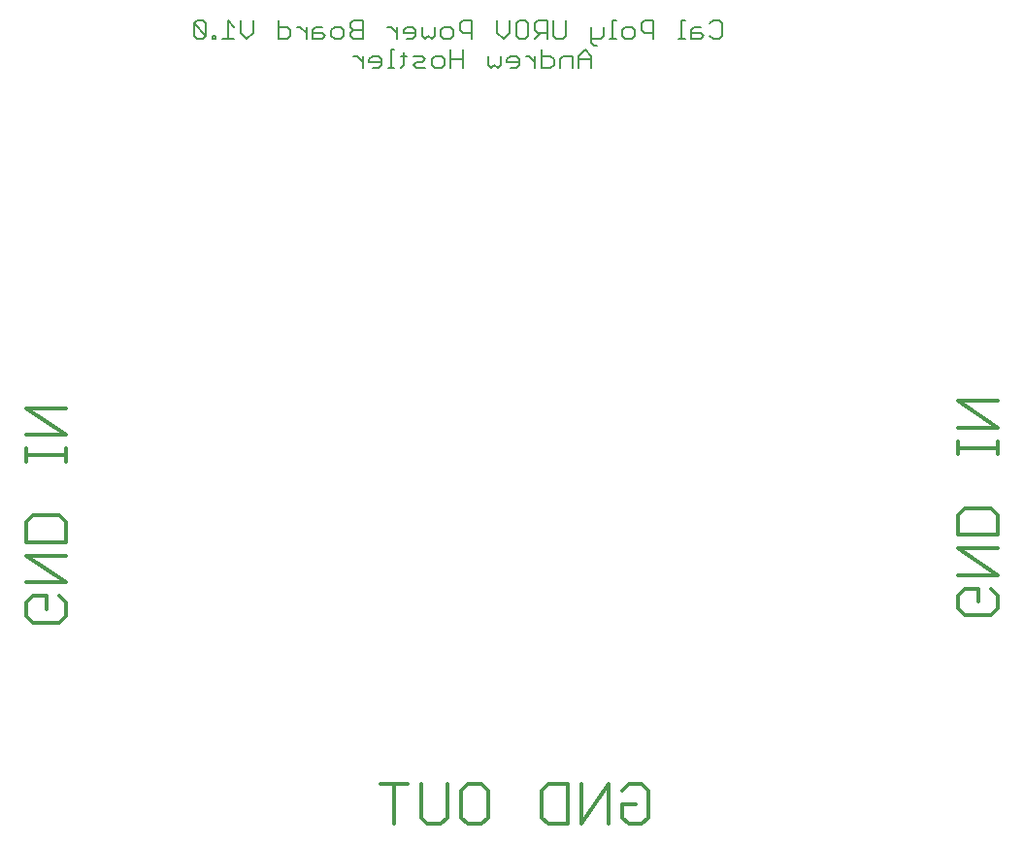
<source format=gbo>
G75*
%MOIN*%
%OFA0B0*%
%FSLAX25Y25*%
%IPPOS*%
%LPD*%
%AMOC8*
5,1,8,0,0,1.08239X$1,22.5*
%
%ADD10C,0.00600*%
%ADD11C,0.01200*%
D10*
X0149780Y0293800D02*
X0149780Y0298070D01*
X0149780Y0295935D02*
X0147645Y0298070D01*
X0146577Y0298070D01*
X0151955Y0297003D02*
X0151955Y0295935D01*
X0156225Y0295935D01*
X0156225Y0294868D02*
X0156225Y0297003D01*
X0155158Y0298070D01*
X0153023Y0298070D01*
X0151955Y0297003D01*
X0153023Y0293800D02*
X0155158Y0293800D01*
X0156225Y0294868D01*
X0158387Y0293800D02*
X0160522Y0293800D01*
X0159455Y0293800D02*
X0159455Y0300205D01*
X0160522Y0300205D01*
X0162684Y0298070D02*
X0164819Y0298070D01*
X0163752Y0299138D02*
X0163752Y0294868D01*
X0162684Y0293800D01*
X0166994Y0294868D02*
X0168062Y0295935D01*
X0170197Y0295935D01*
X0171265Y0297003D01*
X0170197Y0298070D01*
X0166994Y0298070D01*
X0166994Y0294868D02*
X0168062Y0293800D01*
X0171265Y0293800D01*
X0173440Y0294868D02*
X0173440Y0297003D01*
X0174508Y0298070D01*
X0176643Y0298070D01*
X0177710Y0297003D01*
X0177710Y0294868D01*
X0176643Y0293800D01*
X0174508Y0293800D01*
X0173440Y0294868D01*
X0179885Y0293800D02*
X0179885Y0300205D01*
X0179747Y0303800D02*
X0180815Y0304868D01*
X0180815Y0307003D01*
X0179747Y0308070D01*
X0177612Y0308070D01*
X0176544Y0307003D01*
X0176544Y0304868D01*
X0177612Y0303800D01*
X0179747Y0303800D01*
X0182990Y0307003D02*
X0184057Y0305935D01*
X0187260Y0305935D01*
X0187260Y0303800D02*
X0187260Y0310205D01*
X0184057Y0310205D01*
X0182990Y0309138D01*
X0182990Y0307003D01*
X0184156Y0300205D02*
X0184156Y0293800D01*
X0184156Y0297003D02*
X0179885Y0297003D01*
X0173301Y0303800D02*
X0172234Y0304868D01*
X0171166Y0303800D01*
X0170099Y0304868D01*
X0170099Y0308070D01*
X0167924Y0307003D02*
X0167924Y0304868D01*
X0166856Y0303800D01*
X0164721Y0303800D01*
X0163653Y0305935D02*
X0167924Y0305935D01*
X0167924Y0307003D02*
X0166856Y0308070D01*
X0164721Y0308070D01*
X0163653Y0307003D01*
X0163653Y0305935D01*
X0161478Y0305935D02*
X0159343Y0308070D01*
X0158275Y0308070D01*
X0161478Y0308070D02*
X0161478Y0303800D01*
X0149661Y0303800D02*
X0146459Y0303800D01*
X0145391Y0304868D01*
X0145391Y0305935D01*
X0146459Y0307003D01*
X0149661Y0307003D01*
X0146459Y0307003D02*
X0145391Y0308070D01*
X0145391Y0309138D01*
X0146459Y0310205D01*
X0149661Y0310205D01*
X0149661Y0303800D01*
X0143216Y0304868D02*
X0142148Y0303800D01*
X0140013Y0303800D01*
X0138945Y0304868D01*
X0138945Y0307003D01*
X0140013Y0308070D01*
X0142148Y0308070D01*
X0143216Y0307003D01*
X0143216Y0304868D01*
X0136770Y0304868D02*
X0135703Y0305935D01*
X0132500Y0305935D01*
X0132500Y0307003D02*
X0132500Y0303800D01*
X0135703Y0303800D01*
X0136770Y0304868D01*
X0135703Y0308070D02*
X0133568Y0308070D01*
X0132500Y0307003D01*
X0130325Y0308070D02*
X0130325Y0303800D01*
X0130325Y0305935D02*
X0128190Y0308070D01*
X0127122Y0308070D01*
X0124954Y0307003D02*
X0124954Y0304868D01*
X0123886Y0303800D01*
X0120683Y0303800D01*
X0120683Y0310205D01*
X0120683Y0308070D02*
X0123886Y0308070D01*
X0124954Y0307003D01*
X0112063Y0305935D02*
X0109927Y0303800D01*
X0107792Y0305935D01*
X0107792Y0310205D01*
X0105617Y0308070D02*
X0103482Y0310205D01*
X0103482Y0303800D01*
X0105617Y0303800D02*
X0101347Y0303800D01*
X0099172Y0303800D02*
X0098104Y0303800D01*
X0098104Y0304868D01*
X0099172Y0304868D01*
X0099172Y0303800D01*
X0095949Y0304868D02*
X0095949Y0309138D01*
X0094881Y0310205D01*
X0092746Y0310205D01*
X0091679Y0309138D01*
X0095949Y0304868D01*
X0094881Y0303800D01*
X0092746Y0303800D01*
X0091679Y0304868D01*
X0091679Y0309138D01*
X0112063Y0310205D02*
X0112063Y0305935D01*
X0173301Y0303800D02*
X0174369Y0304868D01*
X0174369Y0308070D01*
X0192776Y0298070D02*
X0192776Y0294868D01*
X0193844Y0293800D01*
X0194912Y0294868D01*
X0195979Y0293800D01*
X0197047Y0294868D01*
X0197047Y0298070D01*
X0199222Y0297003D02*
X0199222Y0295935D01*
X0203492Y0295935D01*
X0203492Y0294868D02*
X0203492Y0297003D01*
X0202425Y0298070D01*
X0200290Y0298070D01*
X0199222Y0297003D01*
X0200290Y0293800D02*
X0202425Y0293800D01*
X0203492Y0294868D01*
X0205661Y0298070D02*
X0206728Y0298070D01*
X0208864Y0295935D01*
X0208864Y0293800D02*
X0208864Y0298070D01*
X0211039Y0298070D02*
X0214241Y0298070D01*
X0215309Y0297003D01*
X0215309Y0294868D01*
X0214241Y0293800D01*
X0211039Y0293800D01*
X0211039Y0300205D01*
X0213042Y0303800D02*
X0213042Y0310205D01*
X0209839Y0310205D01*
X0208772Y0309138D01*
X0208772Y0307003D01*
X0209839Y0305935D01*
X0213042Y0305935D01*
X0210907Y0305935D02*
X0208772Y0303800D01*
X0206597Y0304868D02*
X0206597Y0309138D01*
X0205529Y0310205D01*
X0203394Y0310205D01*
X0202326Y0309138D01*
X0202326Y0304868D01*
X0203394Y0303800D01*
X0205529Y0303800D01*
X0206597Y0304868D01*
X0200151Y0305935D02*
X0198016Y0303800D01*
X0195881Y0305935D01*
X0195881Y0310205D01*
X0200151Y0310205D02*
X0200151Y0305935D01*
X0215217Y0304868D02*
X0215217Y0310205D01*
X0219488Y0310205D02*
X0219488Y0304868D01*
X0218420Y0303800D01*
X0216285Y0303800D01*
X0215217Y0304868D01*
X0218552Y0298070D02*
X0217484Y0297003D01*
X0217484Y0293800D01*
X0221755Y0293800D02*
X0221755Y0298070D01*
X0218552Y0298070D01*
X0223930Y0298070D02*
X0223930Y0293800D01*
X0223930Y0297003D02*
X0228200Y0297003D01*
X0228200Y0298070D02*
X0228200Y0293800D01*
X0228200Y0298070D02*
X0226065Y0300205D01*
X0223930Y0298070D01*
X0228108Y0302732D02*
X0229176Y0301665D01*
X0230243Y0301665D01*
X0228108Y0302732D02*
X0228108Y0308070D01*
X0228108Y0303800D02*
X0231311Y0303800D01*
X0232379Y0304868D01*
X0232379Y0308070D01*
X0235608Y0310205D02*
X0235608Y0303800D01*
X0236676Y0303800D02*
X0234540Y0303800D01*
X0238851Y0304868D02*
X0238851Y0307003D01*
X0239918Y0308070D01*
X0242053Y0308070D01*
X0243121Y0307003D01*
X0243121Y0304868D01*
X0242053Y0303800D01*
X0239918Y0303800D01*
X0238851Y0304868D01*
X0236676Y0310205D02*
X0235608Y0310205D01*
X0245296Y0309138D02*
X0245296Y0307003D01*
X0246364Y0305935D01*
X0249567Y0305935D01*
X0249567Y0303800D02*
X0249567Y0310205D01*
X0246364Y0310205D01*
X0245296Y0309138D01*
X0258174Y0303800D02*
X0260309Y0303800D01*
X0259241Y0303800D02*
X0259241Y0310205D01*
X0260309Y0310205D01*
X0262484Y0307003D02*
X0262484Y0303800D01*
X0265687Y0303800D01*
X0266755Y0304868D01*
X0265687Y0305935D01*
X0262484Y0305935D01*
X0262484Y0307003D02*
X0263552Y0308070D01*
X0265687Y0308070D01*
X0268930Y0309138D02*
X0269997Y0310205D01*
X0272132Y0310205D01*
X0273200Y0309138D01*
X0273200Y0304868D01*
X0272132Y0303800D01*
X0269997Y0303800D01*
X0268930Y0304868D01*
D11*
X0036402Y0103333D02*
X0034100Y0105635D01*
X0034100Y0110239D01*
X0036402Y0112541D01*
X0041006Y0112541D01*
X0041006Y0107937D01*
X0045610Y0112541D02*
X0047912Y0110239D01*
X0047912Y0105635D01*
X0045610Y0103333D01*
X0036402Y0103333D01*
X0034100Y0117145D02*
X0047912Y0117145D01*
X0034100Y0126353D01*
X0047912Y0126353D01*
X0047912Y0130957D02*
X0047912Y0137863D01*
X0045610Y0140165D01*
X0036402Y0140165D01*
X0034100Y0137863D01*
X0034100Y0130957D01*
X0047912Y0130957D01*
X0047912Y0158580D02*
X0047912Y0163184D01*
X0047912Y0160882D02*
X0034100Y0160882D01*
X0034100Y0158580D02*
X0034100Y0163184D01*
X0034100Y0167788D02*
X0047912Y0167788D01*
X0034100Y0176996D01*
X0047912Y0176996D01*
X0155821Y0047912D02*
X0165029Y0047912D01*
X0169633Y0047912D02*
X0169633Y0036402D01*
X0171935Y0034100D01*
X0176539Y0034100D01*
X0178841Y0036402D01*
X0178841Y0047912D01*
X0183445Y0045610D02*
X0185747Y0047912D01*
X0190351Y0047912D01*
X0192653Y0045610D01*
X0192653Y0036402D01*
X0190351Y0034100D01*
X0185747Y0034100D01*
X0183445Y0036402D01*
X0183445Y0045610D01*
X0160425Y0047912D02*
X0160425Y0034100D01*
X0211069Y0036402D02*
X0211069Y0045610D01*
X0213371Y0047912D01*
X0220276Y0047912D01*
X0220276Y0034100D01*
X0213371Y0034100D01*
X0211069Y0036402D01*
X0224880Y0034100D02*
X0224880Y0047912D01*
X0234088Y0047912D02*
X0224880Y0034100D01*
X0234088Y0034100D02*
X0234088Y0047912D01*
X0238692Y0045610D02*
X0240994Y0047912D01*
X0245598Y0047912D01*
X0247900Y0045610D01*
X0247900Y0036402D01*
X0245598Y0034100D01*
X0240994Y0034100D01*
X0238692Y0036402D01*
X0238692Y0041006D01*
X0243296Y0041006D01*
X0354100Y0108135D02*
X0356402Y0105833D01*
X0365610Y0105833D01*
X0367912Y0108135D01*
X0367912Y0112739D01*
X0365610Y0115041D01*
X0361006Y0115041D02*
X0361006Y0110437D01*
X0361006Y0115041D02*
X0356402Y0115041D01*
X0354100Y0112739D01*
X0354100Y0108135D01*
X0354100Y0119645D02*
X0367912Y0119645D01*
X0354100Y0128853D01*
X0367912Y0128853D01*
X0367912Y0133457D02*
X0367912Y0140363D01*
X0365610Y0142665D01*
X0356402Y0142665D01*
X0354100Y0140363D01*
X0354100Y0133457D01*
X0367912Y0133457D01*
X0367912Y0161080D02*
X0367912Y0165684D01*
X0367912Y0163382D02*
X0354100Y0163382D01*
X0354100Y0161080D02*
X0354100Y0165684D01*
X0354100Y0170288D02*
X0367912Y0170288D01*
X0354100Y0179496D01*
X0367912Y0179496D01*
M02*

</source>
